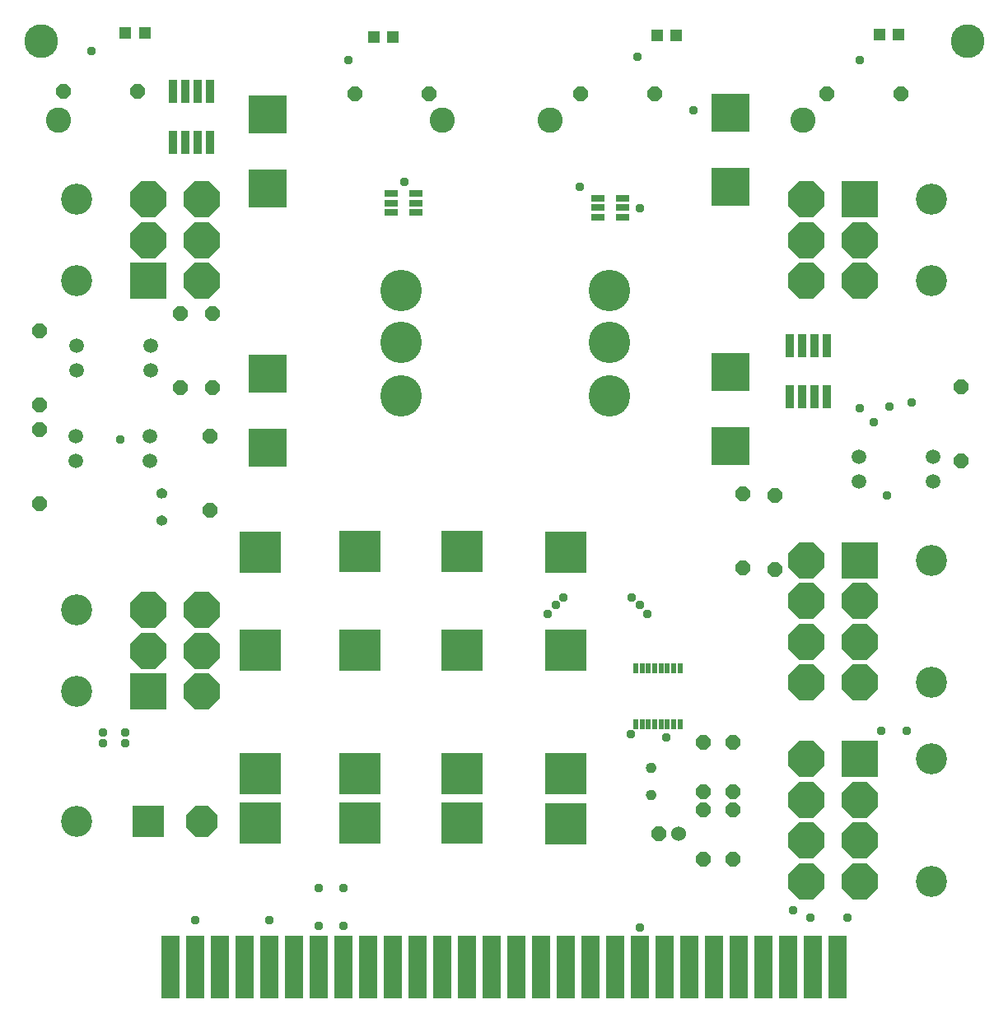
<source format=gts>
G75*
%MOIN*%
%OFA0B0*%
%FSLAX25Y25*%
%IPPOS*%
%LPD*%
%AMOC8*
5,1,8,0,0,1.08239X$1,22.5*
%
%ADD10C,0.13650*%
%ADD11OC8,0.14580*%
%ADD12R,0.14580X0.14580*%
%ADD13C,0.12611*%
%ADD14R,0.05524X0.02965*%
%ADD15OC8,0.06000*%
%ADD16C,0.00500*%
%ADD17C,0.16800*%
%ADD18R,0.16548X0.16548*%
%ADD19R,0.15800X0.15800*%
%ADD20R,0.02178X0.04343*%
%ADD21R,0.03200X0.09500*%
%ADD22R,0.05131X0.05131*%
%ADD23R,0.07300X0.25800*%
%ADD24C,0.10249*%
%ADD25OC8,0.12611*%
%ADD26R,0.12611X0.12611*%
%ADD27C,0.05950*%
%ADD28C,0.06000*%
%ADD29C,0.03778*%
D10*
X0013850Y0392500D03*
X0388850Y0392500D03*
D11*
X0323744Y0328242D03*
X0323744Y0311742D03*
X0323744Y0295242D03*
X0345444Y0295242D03*
X0345444Y0311742D03*
X0323744Y0182138D03*
X0323744Y0165638D03*
X0323744Y0149138D03*
X0323744Y0132638D03*
X0345444Y0132638D03*
X0345444Y0149138D03*
X0345444Y0165638D03*
X0323744Y0101689D03*
X0323744Y0085189D03*
X0323744Y0068689D03*
X0323744Y0052189D03*
X0345444Y0052189D03*
X0345444Y0068689D03*
X0345444Y0085189D03*
X0078850Y0129002D03*
X0078850Y0145502D03*
X0078850Y0162002D03*
X0057150Y0162002D03*
X0057150Y0145502D03*
X0078857Y0295242D03*
X0078857Y0311742D03*
X0078857Y0328242D03*
X0057157Y0328242D03*
X0057157Y0311742D03*
D12*
X0057157Y0295242D03*
X0057150Y0129002D03*
X0345444Y0101689D03*
X0345444Y0182138D03*
X0345444Y0328242D03*
D13*
X0374185Y0328242D03*
X0374185Y0295242D03*
X0374185Y0182138D03*
X0374185Y0132638D03*
X0374185Y0101689D03*
X0374185Y0052189D03*
X0028410Y0076500D03*
X0028410Y0129002D03*
X0028410Y0162002D03*
X0028417Y0295242D03*
X0028417Y0328242D03*
D14*
X0155483Y0326850D03*
X0155483Y0323110D03*
X0155483Y0330591D03*
X0165720Y0330591D03*
X0165720Y0326850D03*
X0165720Y0323110D03*
X0239145Y0324931D03*
X0239145Y0321191D03*
X0239145Y0328671D03*
X0249382Y0328671D03*
X0249382Y0324931D03*
X0249382Y0321191D03*
D15*
X0262413Y0371142D03*
X0232413Y0371142D03*
X0171025Y0370994D03*
X0141025Y0370994D03*
X0052915Y0372028D03*
X0022915Y0372028D03*
X0070350Y0282000D03*
X0083350Y0282000D03*
X0083350Y0252000D03*
X0070350Y0252000D03*
X0082350Y0232500D03*
X0082350Y0202500D03*
X0013350Y0205000D03*
X0013350Y0235000D03*
X0013350Y0245000D03*
X0013350Y0275000D03*
X0263850Y0071500D03*
X0281960Y0080945D03*
X0281960Y0088307D03*
X0293820Y0088258D03*
X0293820Y0080945D03*
X0293820Y0060945D03*
X0281960Y0060945D03*
X0281960Y0108307D03*
X0293820Y0108258D03*
X0310850Y0178500D03*
X0297850Y0179000D03*
X0297850Y0209000D03*
X0310850Y0208500D03*
X0386350Y0222500D03*
X0386350Y0252500D03*
X0361970Y0371093D03*
X0331970Y0371093D03*
D16*
X0064361Y0210066D02*
X0064504Y0209690D01*
X0064559Y0209292D01*
X0064508Y0208899D01*
X0064370Y0208527D01*
X0064154Y0208195D01*
X0063869Y0207919D01*
X0063530Y0207714D01*
X0063154Y0207590D01*
X0062759Y0207552D01*
X0062376Y0207598D01*
X0062012Y0207729D01*
X0061687Y0207937D01*
X0061416Y0208213D01*
X0061213Y0208542D01*
X0061089Y0208907D01*
X0061049Y0209292D01*
X0061083Y0209673D01*
X0061201Y0210038D01*
X0061397Y0210367D01*
X0061661Y0210644D01*
X0061981Y0210855D01*
X0062339Y0210990D01*
X0062719Y0211042D01*
X0063119Y0211007D01*
X0063502Y0210883D01*
X0063848Y0210678D01*
X0064139Y0210401D01*
X0064361Y0210066D01*
X0064429Y0209888D02*
X0061152Y0209888D01*
X0061058Y0209390D02*
X0064545Y0209390D01*
X0064505Y0208891D02*
X0061094Y0208891D01*
X0061305Y0208393D02*
X0064283Y0208393D01*
X0063827Y0207894D02*
X0061754Y0207894D01*
X0061416Y0210387D02*
X0064149Y0210387D01*
X0063497Y0210885D02*
X0062061Y0210885D01*
X0062719Y0200022D02*
X0063119Y0199987D01*
X0063502Y0199863D01*
X0063848Y0199658D01*
X0064139Y0199381D01*
X0064361Y0199046D01*
X0064504Y0198670D01*
X0064559Y0198272D01*
X0064508Y0197879D01*
X0064370Y0197507D01*
X0064154Y0197175D01*
X0063869Y0196899D01*
X0063530Y0196694D01*
X0063154Y0196570D01*
X0062759Y0196532D01*
X0062376Y0196578D01*
X0062012Y0196709D01*
X0061687Y0196917D01*
X0061416Y0197193D01*
X0061213Y0197522D01*
X0061089Y0197887D01*
X0061049Y0198272D01*
X0061083Y0198653D01*
X0061201Y0199018D01*
X0061397Y0199347D01*
X0061661Y0199624D01*
X0061981Y0199835D01*
X0062339Y0199970D01*
X0062719Y0200022D01*
X0062201Y0199918D02*
X0063333Y0199918D01*
X0064099Y0199419D02*
X0061466Y0199419D01*
X0061169Y0198921D02*
X0064409Y0198921D01*
X0064538Y0198422D02*
X0061062Y0198422D01*
X0061085Y0197924D02*
X0064514Y0197924D01*
X0064317Y0197425D02*
X0061273Y0197425D01*
X0061677Y0196927D02*
X0063897Y0196927D01*
X0259272Y0098776D02*
X0259468Y0099105D01*
X0259732Y0099382D01*
X0260052Y0099593D01*
X0260410Y0099728D01*
X0260790Y0099780D01*
X0261190Y0099745D01*
X0261573Y0099622D01*
X0261919Y0099416D01*
X0262210Y0099139D01*
X0262432Y0098804D01*
X0262575Y0098428D01*
X0262630Y0098030D01*
X0262578Y0097637D01*
X0262441Y0097265D01*
X0262225Y0096933D01*
X0261940Y0096658D01*
X0261601Y0096452D01*
X0261224Y0096328D01*
X0260830Y0096290D01*
X0260446Y0096337D01*
X0260083Y0096467D01*
X0259758Y0096676D01*
X0259487Y0096951D01*
X0259284Y0097280D01*
X0259160Y0097646D01*
X0259120Y0098030D01*
X0259154Y0098411D01*
X0259272Y0098776D01*
X0259254Y0098720D02*
X0262464Y0098720D01*
X0262603Y0098222D02*
X0259137Y0098222D01*
X0259152Y0097723D02*
X0262590Y0097723D01*
X0262415Y0097225D02*
X0259318Y0097225D01*
X0259708Y0096726D02*
X0262011Y0096726D01*
X0262126Y0099219D02*
X0259576Y0099219D01*
X0260381Y0099717D02*
X0261276Y0099717D01*
X0260790Y0088760D02*
X0261190Y0088725D01*
X0261573Y0088602D01*
X0261919Y0088396D01*
X0262210Y0088119D01*
X0262432Y0087784D01*
X0262575Y0087408D01*
X0262630Y0087010D01*
X0262578Y0086617D01*
X0262441Y0086245D01*
X0262225Y0085913D01*
X0261940Y0085638D01*
X0261601Y0085432D01*
X0261224Y0085308D01*
X0260830Y0085270D01*
X0260446Y0085317D01*
X0260083Y0085447D01*
X0259758Y0085656D01*
X0259487Y0085931D01*
X0259284Y0086260D01*
X0259160Y0086626D01*
X0259120Y0087010D01*
X0259154Y0087391D01*
X0259272Y0087756D01*
X0259468Y0088085D01*
X0259732Y0088362D01*
X0260052Y0088573D01*
X0260410Y0088708D01*
X0260790Y0088760D01*
X0260717Y0088750D02*
X0260903Y0088750D01*
X0262071Y0088251D02*
X0259627Y0088251D01*
X0259271Y0087753D02*
X0262444Y0087753D01*
X0262596Y0087254D02*
X0259141Y0087254D01*
X0259146Y0086756D02*
X0262597Y0086756D01*
X0262446Y0086257D02*
X0259286Y0086257D01*
X0259656Y0085759D02*
X0262065Y0085759D01*
D17*
X0243968Y0248785D03*
X0243968Y0270285D03*
X0243968Y0291285D03*
X0159765Y0291285D03*
X0159765Y0270285D03*
X0159765Y0248785D03*
D18*
X0143082Y0185581D03*
X0143082Y0145817D03*
X0102728Y0145768D03*
X0102728Y0185531D03*
X0184421Y0185581D03*
X0184421Y0145817D03*
X0226202Y0145571D03*
X0226202Y0185335D03*
X0226202Y0095571D03*
X0226202Y0075492D03*
X0184421Y0075738D03*
X0184421Y0095817D03*
X0143082Y0095817D03*
X0143082Y0075738D03*
X0102728Y0075689D03*
X0102728Y0095768D03*
D19*
X0105533Y0227569D03*
X0105533Y0257569D03*
X0105533Y0332569D03*
X0105533Y0362569D03*
X0292836Y0363258D03*
X0292836Y0333258D03*
X0292836Y0258258D03*
X0292836Y0228258D03*
D20*
X0272561Y0138514D03*
X0270002Y0138514D03*
X0267443Y0138514D03*
X0264883Y0138514D03*
X0262324Y0138514D03*
X0259765Y0138514D03*
X0257206Y0138514D03*
X0254647Y0138514D03*
X0254647Y0115876D03*
X0257206Y0115876D03*
X0259765Y0115876D03*
X0262324Y0115876D03*
X0264883Y0115876D03*
X0267443Y0115876D03*
X0270002Y0115876D03*
X0272561Y0115876D03*
D21*
X0317128Y0248539D03*
X0322128Y0248539D03*
X0327128Y0248539D03*
X0332128Y0248539D03*
X0332128Y0269139D03*
X0327128Y0269139D03*
X0322128Y0269139D03*
X0317128Y0269139D03*
X0082374Y0351442D03*
X0077374Y0351442D03*
X0072374Y0351442D03*
X0067374Y0351442D03*
X0067374Y0372042D03*
X0072374Y0372042D03*
X0077374Y0372042D03*
X0082374Y0372042D03*
D22*
X0055976Y0395600D03*
X0048102Y0395600D03*
X0148496Y0394222D03*
X0156370Y0394222D03*
X0263161Y0394764D03*
X0271035Y0394764D03*
X0353220Y0395010D03*
X0361094Y0395010D03*
D23*
X0066411Y0017500D03*
X0076411Y0017500D03*
X0086411Y0017500D03*
X0096411Y0017500D03*
X0106411Y0017500D03*
X0116411Y0017500D03*
X0126411Y0017500D03*
X0136411Y0017500D03*
X0146411Y0017500D03*
X0156411Y0017500D03*
X0166411Y0017500D03*
X0176411Y0017500D03*
X0186411Y0017500D03*
X0196411Y0017500D03*
X0206411Y0017500D03*
X0216411Y0017500D03*
X0226411Y0017500D03*
X0236411Y0017500D03*
X0246411Y0017500D03*
X0256411Y0017500D03*
X0266411Y0017500D03*
X0276411Y0017500D03*
X0286411Y0017500D03*
X0296411Y0017500D03*
X0306411Y0017500D03*
X0316411Y0017500D03*
X0326411Y0017500D03*
X0336411Y0017500D03*
D24*
X0322216Y0360315D03*
X0219854Y0360315D03*
X0176405Y0360315D03*
X0021035Y0360315D03*
D25*
X0078850Y0076500D03*
D26*
X0057150Y0076500D03*
D27*
X0057850Y0222500D03*
X0057850Y0232500D03*
X0058350Y0259000D03*
X0058350Y0269000D03*
X0028350Y0269000D03*
X0028350Y0259000D03*
X0027850Y0232500D03*
X0027850Y0222500D03*
X0344850Y0224000D03*
X0344850Y0214000D03*
X0374850Y0214000D03*
X0374850Y0224000D03*
D28*
X0271850Y0071500D03*
D29*
X0256411Y0033543D03*
X0318279Y0040433D03*
X0325169Y0037480D03*
X0340443Y0037480D03*
X0353850Y0113000D03*
X0364350Y0113000D03*
X0356460Y0208500D03*
X0350850Y0238000D03*
X0345350Y0243596D03*
X0357350Y0244500D03*
X0366350Y0246000D03*
X0259350Y0160500D03*
X0256350Y0164000D03*
X0252850Y0167000D03*
X0225350Y0167000D03*
X0222350Y0164000D03*
X0218850Y0160500D03*
X0252764Y0111586D03*
X0267098Y0110252D03*
X0136350Y0049500D03*
X0126350Y0049500D03*
X0126411Y0034000D03*
X0136411Y0034000D03*
X0106411Y0036496D03*
X0076153Y0036496D03*
X0047850Y0108000D03*
X0047850Y0112500D03*
X0038850Y0112500D03*
X0038850Y0108000D03*
X0045850Y0231000D03*
X0160850Y0335500D03*
X0138456Y0384874D03*
X0231850Y0333500D03*
X0256271Y0324882D03*
X0277925Y0364252D03*
X0255287Y0385906D03*
X0345259Y0384874D03*
X0034236Y0388280D03*
M02*

</source>
